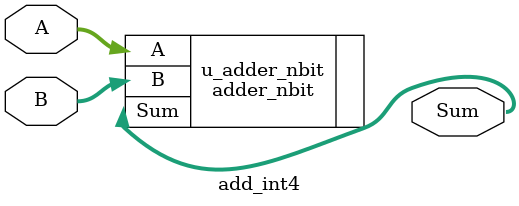
<source format=v>

module add_int4 #(
    parameter WIDTH = 4
)(
    input [WIDTH-1:0] A,
    input [WIDTH-1:0] B,
    output [WIDTH-1:0] Sum
);
    adder_nbit #(
        .WIDTH(WIDTH)
    ) u_adder_nbit (
        .A(A),
        .B(B),
        .Sum(Sum)
    );
endmodule

</source>
